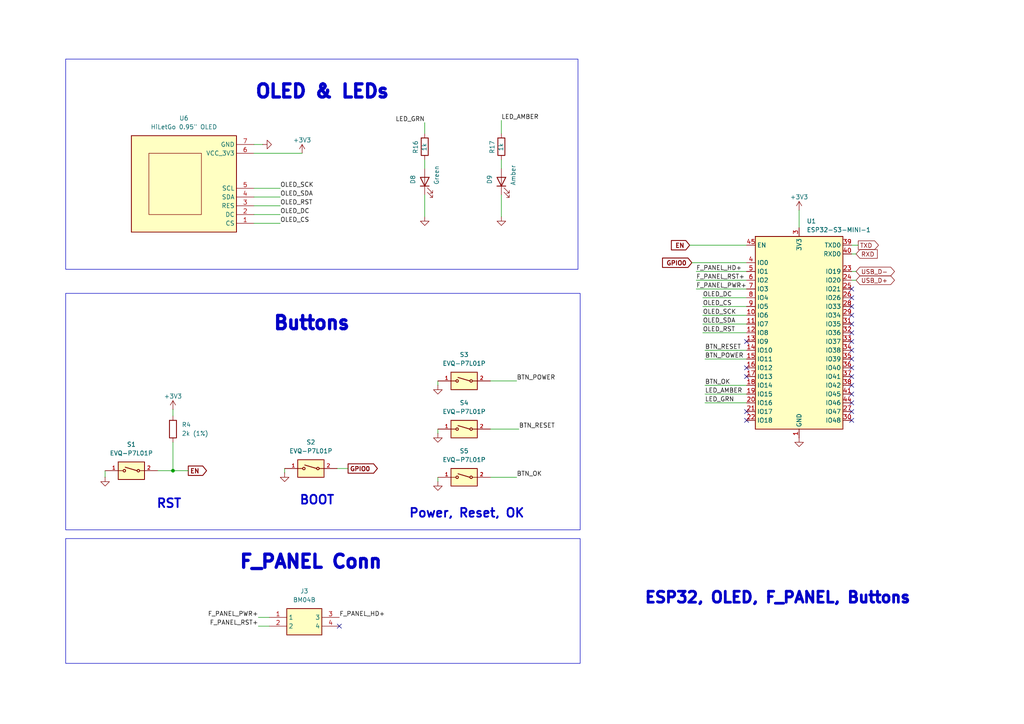
<source format=kicad_sch>
(kicad_sch (version 20231120) (generator "eeschema") (generator_version "8.0")
  (paper "A4")
  (lib_symbols
    (symbol "Device:LED" (pin_numbers hide) (pin_names (offset 1.016) hide)
      (property "Reference" "D" (at 0 2.54 0))
      (property "Value" "LED" (at 0 -2.54 0))
      (symbol "LED_0_1"
        (polyline (pts (xy -1.27 -1.27) (xy -1.27 1.27)) (stroke (width 0.254)))
        (polyline (pts (xy -1.27 0) (xy 1.27 0)))
        (polyline (pts (xy 1.27 -1.27) (xy 1.27 1.27) (xy -1.27 0) (xy 1.27 -1.27)) (stroke (width 0.254)))
        (polyline (pts (xy -3.048 -0.762) (xy -4.572 -2.286) (xy -3.81 -2.286) (xy -4.572 -2.286) (xy -4.572 -1.524)))
        (polyline (pts (xy -1.778 -0.762) (xy -3.302 -2.286) (xy -2.54 -2.286) (xy -3.302 -2.286) (xy -3.302 -1.524)))
      )
      (symbol "LED_1_1"
        (pin passive line (at -3.81 0 0) (length 2.54) (name "K") (number "1"))
        (pin passive line (at 3.81 0 180) (length 2.54) (name "A") (number "2"))
      )
    )
    (symbol "PCM_Resistor_AKL:R_0201" (pin_numbers hide) (pin_names (offset 0))
      (property "Reference" "R" (at 2.54 1.27 0))
      (property "Value" "R_0201" (at 2.54 -1.27 0))
      (symbol "R_0201_0_1"
        (rectangle (start -1.016 -2.54) (end 1.016 2.54) (stroke (width 0.254)))
      )
      (symbol "R_0201_1_1"
        (pin passive line (at 0 3.81 270) (length 1.27) (name "~") (number "1"))
        (pin passive line (at 0 -3.81 90) (length 1.27) (name "~") (number "2"))
      )
    )
    (symbol "RF_Module:ESP32-S3-MINI-1"
      (property "Reference" "U" (at -11.43 29.21 0))
      (property "Value" "ESP32-S3-MINI-1" (at 12.7 29.21 0))
      (symbol "ESP32-S3-MINI-1_0_1"
        (rectangle (start -12.7 27.94) (end 12.7 -27.94) (stroke (width 0.254)) (fill (type background)))
      )
      (symbol "ESP32-S3-MINI-1_1_1"
        (pin power_in line (at 0 -30.48 90) (length 2.54) (name "GND") (number "1"))
        (pin bidirectional line (at -15.24 5.08 0) (length 2.54) (name "IO6") (number "10"))
        (pin bidirectional line (at -15.24 2.54 0) (length 2.54) (name "IO7") (number "11"))
        (pin bidirectional line (at -15.24 0 0) (length 2.54) (name "IO8") (number "12"))
        (pin bidirectional line (at -15.24 -2.54 0) (length 2.54) (name "IO9") (number "13"))
        (pin bidirectional line (at -15.24 -5.08 0) (length 2.54) (name "IO10") (number "14"))
        (pin bidirectional line (at -15.24 -7.62 0) (length 2.54) (name "IO11") (number "15"))
        (pin bidirectional line (at -15.24 -10.16 0) (length 2.54) (name "IO12") (number "16"))
        (pin bidirectional line (at -15.24 -12.7 0) (length 2.54) (name "IO13") (number "17"))
        (pin bidirectional line (at -15.24 -15.24 0) (length 2.54) (name "IO14") (number "18"))
        (pin bidirectional line (at -15.24 -17.78 0) (length 2.54) (name "IO15") (number "19"))
        (pin passive line (at 0 -30.48 90) (length 2.54) hide (name "GND") (number "2"))
        (pin bidirectional line (at -15.24 -20.32 0) (length 2.54) (name "IO16") (number "20"))
        (pin bidirectional line (at -15.24 -22.86 0) (length 2.54) (name "IO17") (number "21"))
        (pin bidirectional line (at -15.24 -25.4 0) (length 2.54) (name "IO18") (number "22"))
        (pin bidirectional line (at 15.24 17.78 180) (length 2.54) (name "IO19") (number "23"))
        (pin bidirectional line (at 15.24 15.24 180) (length 2.54) (name "IO20") (number "24"))
        (pin bidirectional line (at 15.24 12.7 180) (length 2.54) (name "IO21") (number "25"))
        (pin bidirectional line (at 15.24 10.16 180) (length 2.54) (name "IO26") (number "26"))
        (pin bidirectional line (at 15.24 -22.86 180) (length 2.54) (name "IO47") (number "27"))
        (pin bidirectional line (at 15.24 7.62 180) (length 2.54) (name "IO33") (number "28"))
        (pin bidirectional line (at 15.24 5.08 180) (length 2.54) (name "IO34") (number "29"))
        (pin power_in line (at 0 30.48 270) (length 2.54) (name "3V3") (number "3"))
        (pin bidirectional line (at 15.24 -25.4 180) (length 2.54) (name "IO48") (number "30"))
        (pin bidirectional line (at 15.24 2.54 180) (length 2.54) (name "IO35") (number "31"))
        (pin bidirectional line (at 15.24 0 180) (length 2.54) (name "IO36") (number "32"))
        (pin bidirectional line (at 15.24 -2.54 180) (length 2.54) (name "IO37") (number "33"))
        (pin bidirectional line (at 15.24 -5.08 180) (length 2.54) (name "IO38") (number "34"))
        (pin bidirectional line (at 15.24 -7.62 180) (length 2.54) (name "IO39") (number "35"))
        (pin bidirectional line (at 15.24 -10.16 180) (length 2.54) (name "IO40") (number "36"))
        (pin bidirectional line (at 15.24 -12.7 180) (length 2.54) (name "IO41") (number "37"))
        (pin bidirectional line (at 15.24 -15.24 180) (length 2.54) (name "IO42") (number "38"))
        (pin bidirectional line (at 15.24 25.4 180) (length 2.54) (name "TXD0") (number "39"))
        (pin bidirectional line (at -15.24 20.32 0) (length 2.54) (name "IO0") (number "4"))
        (pin bidirectional line (at 15.24 22.86 180) (length 2.54) (name "RXD0") (number "40"))
        (pin bidirectional line (at 15.24 -17.78 180) (length 2.54) (name "IO45") (number "41"))
        (pin passive line (at 0 -30.48 90) (length 2.54) hide (name "GND") (number "42"))
        (pin passive line (at 0 -30.48 90) (length 2.54) hide (name "GND") (number "43"))
        (pin bidirectional line (at 15.24 -20.32 180) (length 2.54) (name "IO46") (number "44"))
        (pin input line (at -15.24 25.4 0) (length 2.54) (name "EN") (number "45"))
        (pin passive line (at 0 -30.48 90) (length 2.54) hide (name "GND") (number "46"))
        (pin passive line (at 0 -30.48 90) (length 2.54) hide (name "GND") (number "47"))
        (pin passive line (at 0 -30.48 90) (length 2.54) hide (name "GND") (number "48"))
        (pin passive line (at 0 -30.48 90) (length 2.54) hide (name "GND") (number "49"))
        (pin bidirectional line (at -15.24 17.78 0) (length 2.54) (name "IO1") (number "5"))
        (pin passive line (at 0 -30.48 90) (length 2.54) hide (name "GND") (number "50"))
        (pin passive line (at 0 -30.48 90) (length 2.54) hide (name "GND") (number "51"))
        (pin passive line (at 0 -30.48 90) (length 2.54) hide (name "GND") (number "52"))
        (pin passive line (at 0 -30.48 90) (length 2.54) hide (name "GND") (number "53"))
        (pin passive line (at 0 -30.48 90) (length 2.54) hide (name "GND") (number "54"))
        (pin passive line (at 0 -30.48 90) (length 2.54) hide (name "GND") (number "55"))
        (pin passive line (at 0 -30.48 90) (length 2.54) hide (name "GND") (number "56"))
        (pin passive line (at 0 -30.48 90) (length 2.54) hide (name "GND") (number "57"))
        (pin passive line (at 0 -30.48 90) (length 2.54) hide (name "GND") (number "58"))
        (pin passive line (at 0 -30.48 90) (length 2.54) hide (name "GND") (number "59"))
        (pin bidirectional line (at -15.24 15.24 0) (length 2.54) (name "IO2") (number "6"))
        (pin passive line (at 0 -30.48 90) (length 2.54) hide (name "GND") (number "60"))
        (pin passive line (at 0 -30.48 90) (length 2.54) hide (name "GND") (number "61"))
        (pin passive line (at 0 -30.48 90) (length 2.54) hide (name "GND") (number "62"))
        (pin passive line (at 0 -30.48 90) (length 2.54) hide (name "GND") (number "63"))
        (pin passive line (at 0 -30.48 90) (length 2.54) hide (name "GND") (number "64"))
        (pin passive line (at 0 -30.48 90) (length 2.54) hide (name "GND") (number "65"))
        (pin bidirectional line (at -15.24 12.7 0) (length 2.54) (name "IO3") (number "7"))
        (pin bidirectional line (at -15.24 10.16 0) (length 2.54) (name "IO4") (number "8"))
        (pin bidirectional line (at -15.24 7.62 0) (length 2.54) (name "IO5") (number "9"))
      )
    )
    (symbol "USB-HID-Key-Parts:BM04B-SRSS-TB SH series vertical receptacle"
      (property "Reference" "J" (at 16.51 7.62 0))
      (property "Value" "BM04B" (at 16.51 5.08 0))
      (symbol "BM04B-SRSS-TB SH series vertical receptacle_1_1"
        (rectangle (start 5.08 2.54) (end 15.24 -5.08) (stroke (width 0.254)) (fill (type background)))
        (pin passive line (at 0 0 0) (length 5.08) (name "1") (number "1"))
        (pin passive line (at 0 -2.54 0) (length 5.08) (name "2") (number "2"))
        (pin passive line (at 20.32 0 180) (length 5.08) (name "3") (number "3"))
        (pin passive line (at 20.32 -2.54 180) (length 5.08) (name "4") (number "4"))
      )
    )
    (symbol "USB-HID-Key-Parts:EVQ-P7L01P right angle push button" (pin_names (offset 1.016))
      (property "Reference" "S" (at -5.08 3.302 0))
      (property "Value" "EVQ-P7L01P" (at -5.08 -5.08 0))
      (symbol "EVQ-P7L01P right angle push button_0_0"
        (rectangle (start -3.81 2.54) (end 3.81 -2.54) (stroke (width 0.254)) (fill (type background)))
        (circle (center -2.032 0) (radius 0.3592) (stroke (width 0.254)))
        (polyline (pts (xy 1.651 0) (xy -1.778 1.016)) (stroke (width 0.254)))
        (circle (center 2.032 0) (radius 0.3592) (stroke (width 0.254)))
      )
      (symbol "EVQ-P7L01P right angle push button_1_0"
        (pin passive line (at -7.62 0 0) (length 5.08) (name "~") (number "1"))
        (pin passive line (at 7.62 0 180) (length 5.08) (name "~") (number "2"))
      )
    )
    (symbol "USB-HID-Key-Parts:HiLetGo 0.95in OLED 96x128 SSD1331 SPI"
      (property "Reference" "U" (at 1.016 1.524 0))
      (property "Value" "HiLetGo 0.95\" OLED" (at 0 0 0))
      (symbol "HiLetGo 0.95in OLED 96x128 SSD1331 SPI_0_1"
        (rectangle (start 5.08 -5.08) (end 22.86 -20.32))
      )
      (symbol "HiLetGo 0.95in OLED 96x128 SSD1331 SPI_1_1"
        (rectangle (start 0 0) (end 27.94 -30.48) (stroke (width 0.254)) (fill (type background)))
        (pin passive line (at 2.54 -35.56 90) (length 5.08) (name "CS") (number "1"))
        (pin passive line (at 5.08 -35.56 90) (length 5.08) (name "DC") (number "2"))
        (pin passive line (at 7.62 -35.56 90) (length 5.08) (name "RES") (number "3"))
        (pin passive line (at 10.16 -35.56 90) (length 5.08) (name "SDA") (number "4"))
        (pin passive line (at 12.7 -35.56 90) (length 5.08) (name "SCL") (number "5"))
        (pin power_in line (at 22.86 -35.56 90) (length 5.08) (name "VCC_3V3") (number "6"))
        (pin power_in line (at 25.4 -35.56 90) (length 5.08) (name "GND") (number "7"))
      )
    )
    (symbol "power:+3V3" (power) (pin_numbers hide) (pin_names (offset 0) hide)
      (property "Value" "+3V3" (at 0 3.556 0))
      (symbol "+3V3_0_1"
        (polyline (pts (xy -0.762 1.27) (xy 0 2.54)))
        (polyline (pts (xy 0 0) (xy 0 2.54)))
        (polyline (pts (xy 0 2.54) (xy 0.762 1.27)))
      )
      (symbol "+3V3_1_1"
        (pin power_in line (at 0 0 90) (length 0) (name "~") (number "1"))
      )
    )
    (symbol "power:GND" (power) (pin_numbers hide) (pin_names (offset 0) hide)
      (property "Value" "GND" (at 0 -3.81 0))
      (symbol "GND_0_1"
        (polyline (pts (xy 0 0) (xy 0 -1.27) (xy 1.27 -1.27) (xy 0 -2.54) (xy -1.27 -1.27) (xy 0 -1.27)))
      )
      (symbol "GND_1_1"
        (pin power_in line (at 0 0 270) (length 0) (name "~") (number "1"))
      )
    )
  )
  (junction (at 50.165 136.525))
  (no_connect (at 247.015 114.3))
  (no_connect (at 216.535 106.68))
  (no_connect (at 216.535 109.22))
  (no_connect (at 216.535 99.06))
  (no_connect (at 247.015 93.98))
  (no_connect (at 247.015 104.14))
  (no_connect (at 98.425 181.61))
  (no_connect (at 216.535 121.92))
  (no_connect (at 247.015 121.92))
  (no_connect (at 247.015 101.6))
  (no_connect (at 247.015 99.06))
  (no_connect (at 247.015 109.22))
  (no_connect (at 247.015 83.82))
  (no_connect (at 247.015 111.76))
  (no_connect (at 216.535 119.38))
  (no_connect (at 247.015 91.44))
  (no_connect (at 247.015 116.84))
  (no_connect (at 247.015 119.38))
  (no_connect (at 247.015 88.9))
  (no_connect (at 247.015 106.68))
  (no_connect (at 247.015 96.52))
  (no_connect (at 247.015 86.36))
  (wire (pts (xy 200.66 76.2) (xy 216.535 76.2)))
  (wire (pts (xy 74.93 181.61) (xy 78.105 181.61)))
  (wire (pts (xy 82.55 137.16) (xy 82.55 135.89)))
  (wire (pts (xy 142.24 110.49) (xy 149.86 110.49)))
  (wire (pts (xy 142.24 138.43) (xy 149.86 138.43)))
  (wire (pts (xy 204.47 111.76) (xy 216.535 111.76)))
  (wire (pts (xy 231.775 60.96) (xy 231.775 66.04)))
  (wire (pts (xy 248.92 71.12) (xy 247.015 71.12)))
  (wire (pts (xy 45.72 136.525) (xy 50.165 136.525)))
  (wire (pts (xy 203.835 96.52) (xy 216.535 96.52)))
  (wire (pts (xy 204.47 101.6) (xy 216.535 101.6)))
  (wire (pts (xy 127 111.76) (xy 127 110.49)))
  (wire (pts (xy 76.2 41.91) (xy 73.66 41.91)))
  (wire (pts (xy 201.93 83.82) (xy 216.535 83.82)))
  (wire (pts (xy 145.415 34.925) (xy 145.415 38.735)))
  (wire (pts (xy 204.47 104.14) (xy 216.535 104.14)))
  (wire (pts (xy 142.24 124.46) (xy 150.495 124.46)))
  (wire (pts (xy 81.28 57.15) (xy 73.66 57.15)))
  (wire (pts (xy 50.165 118.745) (xy 50.165 120.65)))
  (wire (pts (xy 201.93 78.74) (xy 216.535 78.74)))
  (wire (pts (xy 50.165 136.525) (xy 54.61 136.525)))
  (wire (pts (xy 81.28 54.61) (xy 73.66 54.61)))
  (wire (pts (xy 204.47 114.3) (xy 216.535 114.3)))
  (wire (pts (xy 203.835 88.9) (xy 216.535 88.9)))
  (wire (pts (xy 81.28 62.23) (xy 73.66 62.23)))
  (wire (pts (xy 203.835 86.36) (xy 216.535 86.36)))
  (wire (pts (xy 204.47 116.84) (xy 216.535 116.84)))
  (wire (pts (xy 145.415 48.895) (xy 145.415 46.355)))
  (wire (pts (xy 123.19 62.865) (xy 123.19 56.515)))
  (wire (pts (xy 74.93 179.07) (xy 78.105 179.07)))
  (wire (pts (xy 248.285 81.28) (xy 247.015 81.28)))
  (wire (pts (xy 203.835 91.44) (xy 216.535 91.44)))
  (wire (pts (xy 203.835 93.98) (xy 216.535 93.98)))
  (wire (pts (xy 123.19 35.56) (xy 123.19 38.735)))
  (wire (pts (xy 145.415 62.865) (xy 145.415 56.515)))
  (wire (pts (xy 123.19 48.895) (xy 123.19 46.355)))
  (wire (pts (xy 50.165 136.525) (xy 50.165 128.27)))
  (wire (pts (xy 201.93 81.28) (xy 216.535 81.28)))
  (wire (pts (xy 30.48 138.43) (xy 30.48 136.525)))
  (wire (pts (xy 87.63 44.45) (xy 73.66 44.45)))
  (wire (pts (xy 127 139.7) (xy 127 138.43)))
  (wire (pts (xy 127 125.73) (xy 127 124.46)))
  (wire (pts (xy 100.965 135.89) (xy 97.79 135.89)))
  (wire (pts (xy 81.28 59.69) (xy 73.66 59.69)))
  (wire (pts (xy 200.025 71.12) (xy 216.535 71.12)))
  (wire (pts (xy 81.28 64.77) (xy 73.66 64.77)))
  (wire (pts (xy 248.285 73.66) (xy 247.015 73.66)))
  (wire (pts (xy 248.285 78.74) (xy 247.015 78.74)))
  (rectangle (start 19.05 85.09) (end 168.275 153.67))
  (rectangle (start 19.05 156.21) (end 168.275 192.405))
  (rectangle (start 19.05 17.145) (end 167.64 78.105))
  (text "Power, Reset, OK" (at 135.382 148.971 0) (effects (font (size 2.54 2.54) (thickness 0.508) (bold yes))))
  (text "RST" (at 49.022 146.177 0) (effects (font (size 2.54 2.54) (thickness 0.508) (bold yes))))
  (text "OLED & LEDs" (at 93.472 26.67 0) (effects (font (size 3.81 3.81) (thickness 1.27) (bold yes))))
  (text "Buttons" (at 90.424 93.853 0) (effects (font (size 3.81 3.81) (thickness 1.27) (bold yes))))
  (text "BOOT" (at 91.948 145.161 0) (effects (font (size 2.54 2.54) (thickness 0.508) (bold yes))))
  (text "F_PANEL Conn" (at 90.17 163.068 0) (effects (font (size 3.81 3.81) (thickness 1.27) (bold yes))))
  (text "ESP32, OLED, F_PANEL, Buttons" (at 225.552 173.482 0) (effects (font (size 3.175 3.175) (thickness 1.27) (bold yes))))
  (label "OLED_RST" (at 203.835 96.52 0))
  (label "BTN_POWER" (at 149.86 110.49 0))
  (label "BTN_RESET" (at 204.47 101.6 0))
  (label "BTN_OK" (at 149.86 138.43 0))
  (label "F_PANEL_HD+" (at 98.425 179.07 0))
  (label "LED_GRN" (at 123.19 35.56 180))
  (label "LED_AMBER" (at 145.415 34.925 0))
  (label "OLED_CS" (at 203.835 88.9 0))
  (label "F_PANEL_RST+" (at 74.93 181.61 180))
  (label "OLED_DC" (at 203.835 86.36 0))
  (label "OLED_RST" (at 81.28 59.69 0))
  (label "F_PANEL_PWR+" (at 74.93 179.07 180))
  (label "F_PANEL_HD+" (at 201.93 78.74 0))
  (label "BTN_OK" (at 204.47 111.76 0))
  (label "OLED_SCK" (at 203.835 91.44 0))
  (label "LED_AMBER" (at 204.47 114.3 0))
  (label "OLED_SCK" (at 81.28 54.61 0))
  (label "OLED_SDA" (at 203.835 93.98 0))
  (label "LED_GRN" (at 204.47 116.84 0))
  (label "OLED_CS" (at 81.28 64.77 0))
  (label "BTN_RESET" (at 150.495 124.46 0))
  (label "F_PANEL_PWR+" (at 201.93 83.82 0))
  (label "OLED_SDA" (at 81.28 57.15 0))
  (label "OLED_DC" (at 81.28 62.23 0))
  (label "BTN_POWER" (at 204.47 104.14 0))
  (label "F_PANEL_RST+" (at 201.93 81.28 0))
  (global_label "GPIO0" (shape output) (at 100.965 135.89 0) (effects (font (bold yes))) (property "Intersheetrefs" "${INTERSHEET_REFS}" (effects (hide yes))))
  (global_label "EN" (shape input) (at 200.025 71.12 180) (effects (font (bold yes))) (property "Intersheetrefs" "${INTERSHEET_REFS}" (effects (hide yes))))
  (global_label "GPIO0" (shape input) (at 200.66 76.2 180) (effects (font (bold yes))) (property "Intersheetrefs" "${INTERSHEET_REFS}" (effects (hide yes))))
  (global_label "RXD" (shape input) (at 248.285 73.66 0) (property "Intersheetrefs" "${INTERSHEET_REFS}" (effects (hide yes))))
  (global_label "EN" (shape output) (at 54.61 136.525 0) (effects (font (bold yes))) (property "Intersheetrefs" "${INTERSHEET_REFS}" (effects (hide yes))))
  (global_label "USB_D+" (shape bidirectional) (at 248.285 81.28 0) (property "Intersheetrefs" "${INTERSHEET_REFS}" (effects (hide yes))))
  (global_label "USB_D-" (shape bidirectional) (at 248.285 78.74 0) (property "Intersheetrefs" "${INTERSHEET_REFS}" (effects (hide yes))))
  (global_label "TXD" (shape output) (at 248.92 71.12 0) (property "Intersheetrefs" "${INTERSHEET_REFS}" (effects (hide yes))))
  (symbol (lib_id "PCM_Resistor_AKL:R_0201") (at 50.165 124.46 0) (unit 1)
    (property "Reference" "R4" (at 52.705 123.1899 0) (effects (justify left)))
    (property "Value" "2k (1%)" (at 52.705 125.7299 0) (effects (justify left)))
    (property "Footprint" "PCM_Resistor_SMD_AKL:R_0201_0603Metric" (effects (hide yes)))
    (property "Datasheet" "https://www.yageo.com/upload/media/product/products/datasheet/rchip/PYu-RC_Group_51_RoHS_L_12.pdf" (effects (hide yes)))
    (property "Description" "SMD 0201 Chip Resistor, European Symbol, Alternate KiCad Library" (effects (hide yes)))
    (property "MPN" "RC0201FR-072KL" (effects (hide yes)))
    (property "Digikey" "https://www.digikey.com/en/products/detail/yageo/RC0201FR-072KL/3202400" (effects (hide yes)))
  )
  (symbol (lib_id "USB-HID-Key-Parts:BM04B-SRSS-TB SH series vertical receptacle") (at 78.105 179.07 0) (unit 1)
    (property "Reference" "J3" (at 88.265 171.45 0))
    (property "Value" "BM04B" (at 88.265 173.99 0))
    (property "Footprint" "USB-HID-Key-Parts:BM04B-SRSS-TB_LFSN_" (effects (hide yes)))
    (property "Datasheet" "http://www.jst.fr/core/file.get?path=doc/jst/family/pdf/eSH.pdf" (effects (hide yes)))
    (property "Description" "JST (JAPAN SOLDERLESS TERMINALS) - BM04B-SRSS-TB(LF)(SN) - HEADER, TOP ENTRY, 4WAY" (effects (hide yes)))
    (property "Mfgr" "JST (JAPAN SOLDERLESS TERMINALS)" (effects (hide yes)))
    (property "MPN" "BM04B-SRSS-TB(LF)(SN)" (effects (hide yes)))
    (property "Digikey" "https://www.digikey.com/en/products/detail/jst-sales-america-inc/BM04B-SRSS-TB/926696?s=N4IgTCBcDaIEIFkAMAWOBaAygJU59AKnCALoC%20QA" (effects (hide yes)))
  )
  (symbol (lib_id "power:+3V3") (at 231.775 60.96 0) (unit 1)
    (property "Reference" "#PWR045" (effects (hide yes)))
    (property "Value" "+3V3" (at 231.775 57.15 0))
    (property "Description" "Power symbol creates a global label with name \"+3V3\"" (effects (hide yes)))
  )
  (symbol (lib_id "USB-HID-Key-Parts:HiLetGo 0.95in OLED 96x128 SSD1331 SPI") (at 38.1 67.31 90) (unit 1)
    (property "Reference" "U6" (at 53.34 34.29 90))
    (property "Value" "HiLetGo 0.95\" OLED" (at 53.34 36.83 90))
    (property "Footprint" "USB-HID-Key-Parts:OLED 0.95in Receptacle+Holes Only Footprint" (effects (hide yes)))
    (property "Datasheet" "https://www.amazon.com/dp/B0711RKXB5?psc=1&ref=ppx_yo2ov_dt_b_product_details" (effects (hide yes)))
    (property "Description" "HiLetGo 0.95in OLED 96x128 SSD1331 SPI" (effects (hide yes)))
    (property "Amazon" "https://www.amazon.com/dp/B0711RKXB5?psc=1&ref=ppx_yo2ov_dt_b_product_details" (effects (hide yes)))
  )
  (symbol (lib_id "PCM_Resistor_AKL:R_0201") (at 123.19 42.545 180) (unit 1)
    (property "Reference" "R16" (at 120.523 42.672 90))
    (property "Value" "1k" (at 123.063 42.672 90))
    (property "Footprint" "PCM_Resistor_SMD_AKL:R_0201_0603Metric" (effects (hide yes)))
    (property "Datasheet" "https://www.yageo.com/upload/media/product/products/datasheet/rchip/PYu-RC_Group_51_RoHS_L_12.pdf" (effects (hide yes)))
    (property "Description" "SMD 0201 Chip Resistor, European Symbol, Alternate KiCad Library" (effects (hide yes)))
    (property "MPN" "RC0201FR-071KL" (effects (hide yes)))
    (property "Digikey" "https://www.digikey.com/en/products/detail/yageo/RC0201FR-071KL/3202389" (effects (hide yes)))
  )
  (symbol (lib_id "power:GND") (at 231.775 127 0) (unit 1)
    (property "Reference" "#PWR046" (effects (hide yes)))
    (property "Value" "GND" (effects (hide yes)))
    (property "Description" "Power symbol creates a global label with name \"GND\" , ground" (effects (hide yes)))
  )
  (symbol (lib_id "power:GND") (at 127 139.7 0) (unit 1)
    (property "Reference" "#PWR035" (effects (hide yes)))
    (property "Value" "GND" (effects (hide yes)))
    (property "Description" "Power symbol creates a global label with name \"GND\" , ground" (effects (hide yes)))
  )
  (symbol (lib_id "Device:LED") (at 123.19 52.705 90) (unit 1)
    (property "Reference" "D8" (at 119.761 52.07 0))
    (property "Value" "Green" (at 126.619 50.8 0))
    (property "Footprint" "LED_SMD:LED_0603_1608Metric" (effects (hide yes)))
    (property "Datasheet" "https://www.we-online.com/components/products/datasheet/150060VS75000.pdf" (effects (hide yes)))
    (property "Description" "LED GREEN CLEAR 0603 SMD" (effects (hide yes)))
    (property "MPN" "150060VS75000" (effects (hide yes)))
    (property "Digikey" "https://www.digikey.com/en/products/detail/w%C3%BCrth-elektronik/150060VS75000/4489906" (effects (hide yes)))
  )
  (symbol (lib_id "power:GND") (at 127 125.73 0) (unit 1)
    (property "Reference" "#PWR036" (effects (hide yes)))
    (property "Value" "GND" (effects (hide yes)))
    (property "Description" "Power symbol creates a global label with name \"GND\" , ground" (effects (hide yes)))
  )
  (symbol (lib_id "USB-HID-Key-Parts:EVQ-P7L01P right angle push button") (at 134.62 110.49 0) (unit 1)
    (property "Reference" "S3" (at 134.62 102.87 0))
    (property "Value" "EVQ-P7L01P" (at 134.62 105.41 0))
    (property "Footprint" "USB-HID-Key-Parts:SW_EVQ-P7L01P" (effects (hide yes)))
    (property "Datasheet" "https://api.pim.na.industrial.panasonic.com/file_stream/main/fileversion/245500" (effects (hide yes)))
    (property "Description" "SWITCH TACTILE SPST-NO 0.05A 12V" (effects (hide yes)))
    (property "MPN" "EVQ-P7L01P" (effects (hide yes)))
    (property "Digikey" "https://www.digikey.com/en/products/detail/panasonic-electronic-components/EVQ-P7L01P/4429453" (effects (hide yes)))
  )
  (symbol (lib_id "USB-HID-Key-Parts:EVQ-P7L01P right angle push button") (at 134.62 124.46 0) (unit 1)
    (property "Reference" "S4" (at 134.62 116.84 0))
    (property "Value" "EVQ-P7L01P" (at 134.62 119.38 0))
    (property "Footprint" "USB-HID-Key-Parts:SW_EVQ-P7L01P" (effects (hide yes)))
    (property "Datasheet" "https://api.pim.na.industrial.panasonic.com/file_stream/main/fileversion/245500" (effects (hide yes)))
    (property "Description" "SWITCH TACTILE SPST-NO 0.05A 12V" (effects (hide yes)))
    (property "MPN" "EVQ-P7L01P" (effects (hide yes)))
    (property "Digikey" "https://www.digikey.com/en/products/detail/panasonic-electronic-components/EVQ-P7L01P/4429453" (effects (hide yes)))
  )
  (symbol (lib_id "PCM_Resistor_AKL:R_0201") (at 145.415 42.545 180) (unit 1)
    (property "Reference" "R17" (at 142.748 42.672 90))
    (property "Value" "1k" (at 145.288 42.672 90))
    (property "Footprint" "PCM_Resistor_SMD_AKL:R_0201_0603Metric" (effects (hide yes)))
    (property "Datasheet" "https://www.yageo.com/upload/media/product/products/datasheet/rchip/PYu-RC_Group_51_RoHS_L_12.pdf" (effects (hide yes)))
    (property "Description" "SMD 0201 Chip Resistor, European Symbol, Alternate KiCad Library" (effects (hide yes)))
    (property "MPN" "RC0201FR-071KL" (effects (hide yes)))
    (property "Digikey" "https://www.digikey.com/en/products/detail/yageo/RC0201FR-071KL/3202389" (effects (hide yes)))
  )
  (symbol (lib_id "power:GND") (at 127 111.76 0) (unit 1)
    (property "Reference" "#PWR037" (effects (hide yes)))
    (property "Value" "GND" (effects (hide yes)))
    (property "Description" "Power symbol creates a global label with name \"GND\" , ground" (effects (hide yes)))
  )
  (symbol (lib_id "power:+3V3") (at 50.165 118.745 0) (unit 1)
    (property "Reference" "#PWR032" (effects (hide yes)))
    (property "Value" "+3V3" (at 50.165 114.935 0))
    (property "Description" "Power symbol creates a global label with name \"+3V3\"" (effects (hide yes)))
  )
  (symbol (lib_id "power:GND") (at 76.2 41.91 90) (unit 1)
    (property "Reference" "#PWR042" (effects (hide yes)))
    (property "Value" "GND" (effects (hide yes)))
    (property "Description" "Power symbol creates a global label with name \"GND\" , ground" (effects (hide yes)))
  )
  (symbol (lib_id "power:GND") (at 145.415 62.865 0) (unit 1)
    (property "Reference" "#PWR044" (effects (hide yes)))
    (property "Value" "GND" (effects (hide yes)))
    (property "Description" "Power symbol creates a global label with name \"GND\" , ground" (effects (hide yes)))
  )
  (symbol (lib_id "power:GND") (at 123.19 62.865 0) (unit 1)
    (property "Reference" "#PWR043" (effects (hide yes)))
    (property "Value" "GND" (effects (hide yes)))
    (property "Description" "Power symbol creates a global label with name \"GND\" , ground" (effects (hide yes)))
  )
  (symbol (lib_id "RF_Module:ESP32-S3-MINI-1") (at 231.775 96.52 0) (unit 1)
    (property "Reference" "U1" (at 233.9691 64.135 0) (effects (justify left)))
    (property "Value" "ESP32-S3-MINI-1" (at 233.9691 66.675 0) (effects (justify left)))
    (property "Footprint" "RF_Module:ESP32-S2-MINI-1" (effects (hide yes)))
    (property "Datasheet" "https://www.espressif.com/sites/default/files/documentation/esp32-s3-mini-1_mini-1u_datasheet_en.pdf" (effects (hide yes)))
    (property "Description" "RF Module, ESP32-S3 SoC, Wi-Fi 802.11b/g/n, Bluetooth, BLE, 32-bit, 3.3V, SMD, onboard antenna" (effects (hide yes)))
    (property "MPN" "ESP32-S3-MINI-1-N8" (effects (hide yes)))
    (property "Digikey" "https://www.digikey.com/en/products/detail/espressif-systems/ESP32-S3-MINI-1-N8/15295890" (effects (hide yes)))
    (property "LCSC" "https://www.lcsc.com/product-detail/WiFi-Modules_Espressif-Systems-ESP32-S3-MINI-1-N8_C2913206.html" (effects (hide yes)))
  )
  (symbol (lib_id "Device:LED") (at 145.415 52.705 90) (unit 1)
    (property "Reference" "D9" (at 141.986 52.07 0))
    (property "Value" "Amber" (at 148.844 50.8 0))
    (property "Footprint" "LED_SMD:LED_0603_1608Metric" (effects (hide yes)))
    (property "Datasheet" "https://www.we-online.com/components/products/datasheet/150060AS75000.pdf" (effects (hide yes)))
    (property "Description" "LED AMBER CLEAR 0603 SMD" (effects (hide yes)))
    (property "MPN" "150060AS75000" (effects (hide yes)))
    (property "Digikey" "https://www.digikey.com/en/products/detail/w%C3%BCrth-elektronik/150060AS75000/4489906" (effects (hide yes)))
  )
  (symbol (lib_id "power:GND") (at 30.48 138.43 0) (unit 1)
    (property "Reference" "#PWR033" (effects (hide yes)))
    (property "Value" "GND" (effects (hide yes)))
    (property "Description" "Power symbol creates a global label with name \"GND\" , ground" (effects (hide yes)))
  )
  (symbol (lib_id "power:+3V3") (at 87.63 44.45 0) (unit 1)
    (property "Reference" "#PWR041" (effects (hide yes)))
    (property "Value" "+3V3" (at 87.63 40.64 0))
    (property "Description" "Power symbol creates a global label with name \"+3V3\"" (effects (hide yes)))
  )
  (symbol (lib_id "USB-HID-Key-Parts:EVQ-P7L01P right angle push button") (at 90.17 135.89 0) (unit 1)
    (property "Reference" "S2" (at 90.17 128.27 0))
    (property "Value" "EVQ-P7L01P" (at 90.17 130.81 0))
    (property "Footprint" "USB-HID-Key-Parts:SW_EVQ-P7L01P" (effects (hide yes)))
    (property "Datasheet" "https://api.pim.na.industrial.panasonic.com/file_stream/main/fileversion/245500" (effects (hide yes)))
    (property "Description" "SWITCH TACTILE SPST-NO 0.05A 12V" (effects (hide yes)))
    (property "MPN" "EVQ-P7L01P" (effects (hide yes)))
    (property "Digikey" "https://www.digikey.com/en/products/detail/panasonic-electronic-components/EVQ-P7L01P/4429453" (effects (hide yes)))
  )
  (symbol (lib_id "USB-HID-Key-Parts:EVQ-P7L01P right angle push button") (at 134.62 138.43 0) (unit 1)
    (property "Reference" "S5" (at 134.62 130.81 0))
    (property "Value" "EVQ-P7L01P" (at 134.62 133.35 0))
    (property "Footprint" "USB-HID-Key-Parts:SW_EVQ-P7L01P" (effects (hide yes)))
    (property "Datasheet" "https://api.pim.na.industrial.panasonic.com/file_stream/main/fileversion/245500" (effects (hide yes)))
    (property "Description" "SWITCH TACTILE SPST-NO 0.05A 12V" (effects (hide yes)))
    (property "MPN" "EVQ-P7L01P" (effects (hide yes)))
    (property "Digikey" "https://www.digikey.com/en/products/detail/panasonic-electronic-components/EVQ-P7L01P/4429453" (effects (hide yes)))
  )
  (symbol (lib_id "power:GND") (at 82.55 137.16 0) (unit 1)
    (property "Reference" "#PWR034" (effects (hide yes)))
    (property "Value" "GND" (effects (hide yes)))
    (property "Description" "Power symbol creates a global label with name \"GND\" , ground" (effects (hide yes)))
  )
  (symbol (lib_id "USB-HID-Key-Parts:EVQ-P7L01P right angle push button") (at 38.1 136.525 0) (unit 1)
    (property "Reference" "S1" (at 38.1 128.905 0))
    (property "Value" "EVQ-P7L01P" (at 38.1 131.445 0))
    (property "Footprint" "USB-HID-Key-Parts:SW_EVQ-P7L01P" (effects (hide yes)))
    (property "Datasheet" "https://api.pim.na.industrial.panasonic.com/file_stream/main/fileversion/245500" (effects (hide yes)))
    (property "Description" "SWITCH TACTILE SPST-NO 0.05A 12V" (effects (hide yes)))
    (property "MPN" "EVQ-P7L01P" (effects (hide yes)))
    (property "Digikey" "https://www.digikey.com/en/products/detail/panasonic-electronic-components/EVQ-P7L01P/4429453" (effects (hide yes)))
  )
)
</source>
